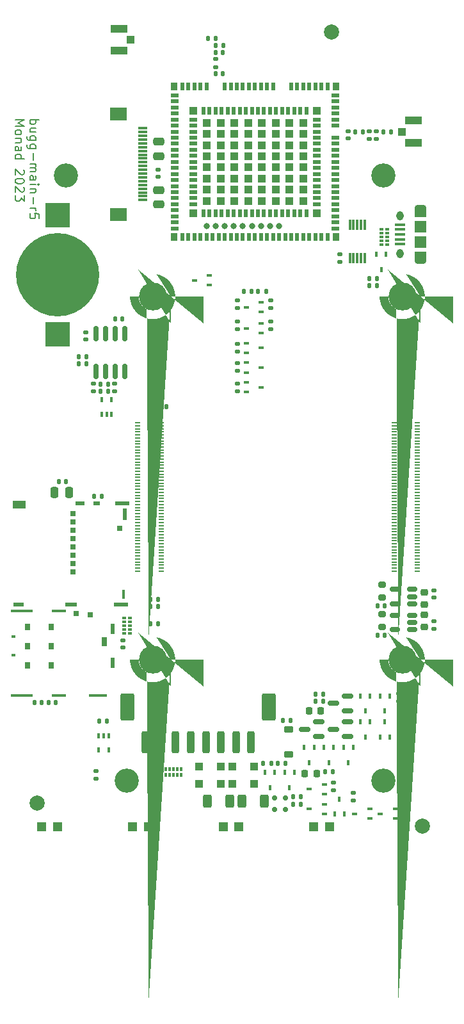
<source format=gbr>
%TF.GenerationSoftware,KiCad,Pcbnew,7.99.0-1.20230926git54171ec.fc37*%
%TF.CreationDate,2023-10-03T14:10:54+01:00*%
%TF.ProjectId,bugg-main-r5,62756767-2d6d-4616-996e-2d72352e6b69,rev?*%
%TF.SameCoordinates,Original*%
%TF.FileFunction,Soldermask,Top*%
%TF.FilePolarity,Negative*%
%FSLAX46Y46*%
G04 Gerber Fmt 4.6, Leading zero omitted, Abs format (unit mm)*
G04 Created by KiCad (PCBNEW 7.99.0-1.20230926git54171ec.fc37) date 2023-10-03 14:10:54*
%MOMM*%
%LPD*%
G01*
G04 APERTURE LIST*
G04 Aperture macros list*
%AMRoundRect*
0 Rectangle with rounded corners*
0 $1 Rounding radius*
0 $2 $3 $4 $5 $6 $7 $8 $9 X,Y pos of 4 corners*
0 Add a 4 corners polygon primitive as box body*
4,1,4,$2,$3,$4,$5,$6,$7,$8,$9,$2,$3,0*
0 Add four circle primitives for the rounded corners*
1,1,$1+$1,$2,$3*
1,1,$1+$1,$4,$5*
1,1,$1+$1,$6,$7*
1,1,$1+$1,$8,$9*
0 Add four rect primitives between the rounded corners*
20,1,$1+$1,$2,$3,$4,$5,0*
20,1,$1+$1,$4,$5,$6,$7,0*
20,1,$1+$1,$6,$7,$8,$9,0*
20,1,$1+$1,$8,$9,$2,$3,0*%
%AMFreePoly0*
4,1,101,-1.895792,2.944575,-1.557458,2.864389,-1.230721,2.745466,-0.920000,2.589416,-0.629496,2.398348,-0.363138,2.174847,-0.124527,1.921935,0.083109,1.643032,0.256962,1.341910,0.394681,1.022640,0.494404,0.689541,0.554783,0.347118,0.575000,0.000000,0.554783,-0.347118,0.494404,-0.689541,0.394681,-1.022640,0.256962,-1.341910,0.083109,-1.643032,-0.124527,-1.921935,-0.363138,-2.174847,
-0.629496,-2.398348,-0.920000,-2.589416,-1.230721,-2.745466,-1.557458,-2.864389,-1.895792,-2.944575,-2.241147,-2.984941,-2.588853,-2.984941,-2.934208,-2.944575,-3.272542,-2.864389,-3.599279,-2.745466,-3.910000,-2.589416,-4.200504,-2.398348,-4.466862,-2.174847,-4.705473,-1.921935,-4.913109,-1.643032,-5.086962,-1.341910,-5.224681,-1.022640,-5.324404,-0.689541,-5.384783,-0.347118,-5.405000,0.000000,
-4.259700,0.000000,-4.240924,-0.262528,-4.184977,-0.519712,-4.092998,-0.766316,-3.966860,-0.997320,-3.809131,-1.208022,-3.623022,-1.394131,-3.412320,-1.551860,-3.181316,-1.677998,-2.934712,-1.769977,-2.677528,-1.825924,-2.415000,-1.844700,-2.152472,-1.825924,-1.895288,-1.769977,-1.648684,-1.677998,-1.417680,-1.551860,-1.206978,-1.394131,-1.020869,-1.208022,-0.863140,-0.997320,-0.737002,-0.766316,
-0.645023,-0.519712,-0.589076,-0.262528,-0.570300,0.000000,-0.589076,0.262528,-0.645023,0.519712,-0.737002,0.766316,-0.863140,0.997320,-1.020869,1.208022,-1.206978,1.394131,-1.417680,1.551860,-1.648684,1.677998,-1.895288,1.769977,-2.152472,1.825924,-2.415000,1.844700,-2.677528,1.825924,-2.934712,1.769977,-3.181316,1.677998,-3.412320,1.551860,-3.623022,1.394131,-3.809131,1.208022,
-3.966860,0.997320,-4.092998,0.766316,-4.184977,0.519712,-4.240924,0.262528,-4.259700,0.000000,-5.405000,0.000000,-5.384783,0.347118,-5.324404,0.689541,-5.224681,1.022640,-5.086962,1.341910,-4.913109,1.643032,-4.705473,1.921935,-4.466862,2.174847,-4.200504,2.398348,-3.910000,2.589416,-3.599279,2.745466,-3.272542,2.864389,-2.934208,2.944575,-2.588853,2.984941,-2.241147,2.984941,
-1.895792,2.944575,-1.895792,2.944575,$1*%
G04 Aperture macros list end*
%ADD10C,0.200000*%
%ADD11RoundRect,0.250000X-0.250000X-0.475000X0.250000X-0.475000X0.250000X0.475000X-0.250000X0.475000X0*%
%ADD12RoundRect,0.135000X-0.135000X-0.185000X0.135000X-0.185000X0.135000X0.185000X-0.135000X0.185000X0*%
%ADD13RoundRect,0.140000X-0.170000X0.140000X-0.170000X-0.140000X0.170000X-0.140000X0.170000X0.140000X0*%
%ADD14RoundRect,0.140000X0.170000X-0.140000X0.170000X0.140000X-0.170000X0.140000X-0.170000X-0.140000X0*%
%ADD15RoundRect,0.140000X0.140000X0.170000X-0.140000X0.170000X-0.140000X-0.170000X0.140000X-0.170000X0*%
%ADD16RoundRect,0.150000X0.512500X0.150000X-0.512500X0.150000X-0.512500X-0.150000X0.512500X-0.150000X0*%
%ADD17R,1.350000X0.400000*%
%ADD18O,1.550000X0.890000*%
%ADD19R,1.550000X1.200000*%
%ADD20O,0.950000X1.250000*%
%ADD21R,1.550000X1.500000*%
%ADD22RoundRect,0.150000X0.150000X0.200000X-0.150000X0.200000X-0.150000X-0.200000X0.150000X-0.200000X0*%
%ADD23R,1.200000X1.200000*%
%ADD24R,0.700000X0.450000*%
%ADD25RoundRect,0.135000X0.185000X-0.135000X0.185000X0.135000X-0.185000X0.135000X-0.185000X-0.135000X0*%
%ADD26RoundRect,0.250000X-0.250000X-1.200000X0.250000X-1.200000X0.250000X1.200000X-0.250000X1.200000X0*%
%ADD27RoundRect,0.250000X-0.650000X-1.550000X0.650000X-1.550000X0.650000X1.550000X-0.650000X1.550000X0*%
%ADD28RoundRect,0.250000X-0.475000X0.250000X-0.475000X-0.250000X0.475000X-0.250000X0.475000X0.250000X0*%
%ADD29RoundRect,0.150000X0.587500X0.150000X-0.587500X0.150000X-0.587500X-0.150000X0.587500X-0.150000X0*%
%ADD30RoundRect,0.150000X0.150000X-0.825000X0.150000X0.825000X-0.150000X0.825000X-0.150000X-0.825000X0*%
%ADD31RoundRect,0.218750X-0.256250X0.218750X-0.256250X-0.218750X0.256250X-0.218750X0.256250X0.218750X0*%
%ADD32RoundRect,0.135000X0.135000X0.185000X-0.135000X0.185000X-0.135000X-0.185000X0.135000X-0.185000X0*%
%ADD33R,0.450000X0.700000*%
%ADD34R,0.550000X0.300000*%
%ADD35R,0.550000X0.400000*%
%ADD36RoundRect,0.135000X-0.185000X0.135000X-0.185000X-0.135000X0.185000X-0.135000X0.185000X0.135000X0*%
%ADD37RoundRect,0.200000X-0.275000X0.200000X-0.275000X-0.200000X0.275000X-0.200000X0.275000X0.200000X0*%
%ADD38RoundRect,0.225000X-0.225000X-0.250000X0.225000X-0.250000X0.225000X0.250000X-0.225000X0.250000X0*%
%ADD39R,1.050000X1.000000*%
%ADD40R,2.200000X1.050000*%
%ADD41R,0.500000X1.000000*%
%ADD42R,1.000000X0.500000*%
%ADD43R,1.000000X1.000000*%
%ADD44R,0.900000X1.000000*%
%ADD45C,0.800000*%
%ADD46R,0.300000X1.400000*%
%ADD47RoundRect,0.250000X0.300000X0.300000X-0.300000X0.300000X-0.300000X-0.300000X0.300000X-0.300000X0*%
%ADD48RoundRect,0.250000X-0.300000X-0.300000X0.300000X-0.300000X0.300000X0.300000X-0.300000X0.300000X0*%
%ADD49C,3.700000*%
%ADD50FreePoly0,0.000000*%
%ADD51C,2.000000*%
%ADD52RoundRect,0.140000X-0.140000X-0.170000X0.140000X-0.170000X0.140000X0.170000X-0.140000X0.170000X0*%
%ADD53R,0.700000X0.200000*%
%ADD54C,3.200000*%
%ADD55R,0.700000X0.900000*%
%ADD56R,0.700000X0.700000*%
%ADD57R,0.650000X1.200000*%
%ADD58R,2.900000X0.450000*%
%ADD59R,1.900000X0.450000*%
%ADD60R,2.400000X0.450000*%
%ADD61R,0.500000X1.400000*%
%ADD62R,0.600000X0.300000*%
%ADD63R,0.700000X0.750000*%
%ADD64R,0.400000X0.650000*%
%ADD65RoundRect,0.147500X0.172500X-0.147500X0.172500X0.147500X-0.172500X0.147500X-0.172500X-0.147500X0*%
%ADD66RoundRect,0.147500X0.147500X0.172500X-0.147500X0.172500X-0.147500X-0.172500X0.147500X-0.172500X0*%
%ADD67RoundRect,0.250000X0.475000X-0.250000X0.475000X0.250000X-0.475000X0.250000X-0.475000X-0.250000X0*%
%ADD68RoundRect,0.225000X0.375000X-0.225000X0.375000X0.225000X-0.375000X0.225000X-0.375000X-0.225000X0*%
%ADD69R,1.300000X0.300000*%
%ADD70R,2.200000X1.800000*%
%ADD71RoundRect,0.250000X-0.312500X-0.625000X0.312500X-0.625000X0.312500X0.625000X-0.312500X0.625000X0*%
%ADD72R,0.300000X0.550000*%
%ADD73R,0.400000X0.550000*%
%ADD74RoundRect,0.218750X0.256250X-0.218750X0.256250X0.218750X-0.256250X0.218750X-0.256250X-0.218750X0*%
%ADD75R,3.200000X3.200000*%
%ADD76C,11.000000*%
%ADD77R,0.700000X0.640000*%
%ADD78R,0.550000X1.550000*%
%ADD79R,1.850000X0.570000*%
%ADD80R,0.820000X0.520000*%
%ADD81R,1.150000X0.520000*%
%ADD82R,1.700000X1.010000*%
%ADD83R,0.450000X1.300000*%
%ADD84R,1.960000X0.570000*%
%ADD85R,1.650000X0.520000*%
%ADD86R,1.450000X0.570000*%
G04 APERTURE END LIST*
D10*
X-25778776Y47332707D02*
X-24578776Y47332707D01*
X-25035919Y47332707D02*
X-24978776Y47218422D01*
X-24978776Y47218422D02*
X-24978776Y46989850D01*
X-24978776Y46989850D02*
X-25035919Y46875564D01*
X-25035919Y46875564D02*
X-25093062Y46818422D01*
X-25093062Y46818422D02*
X-25207348Y46761279D01*
X-25207348Y46761279D02*
X-25550205Y46761279D01*
X-25550205Y46761279D02*
X-25664491Y46818422D01*
X-25664491Y46818422D02*
X-25721634Y46875564D01*
X-25721634Y46875564D02*
X-25778776Y46989850D01*
X-25778776Y46989850D02*
X-25778776Y47218422D01*
X-25778776Y47218422D02*
X-25721634Y47332707D01*
X-24978776Y45732708D02*
X-25778776Y45732708D01*
X-24978776Y46246993D02*
X-25607348Y46246993D01*
X-25607348Y46246993D02*
X-25721634Y46189850D01*
X-25721634Y46189850D02*
X-25778776Y46075565D01*
X-25778776Y46075565D02*
X-25778776Y45904136D01*
X-25778776Y45904136D02*
X-25721634Y45789850D01*
X-25721634Y45789850D02*
X-25664491Y45732708D01*
X-24978776Y44646994D02*
X-25950205Y44646994D01*
X-25950205Y44646994D02*
X-26064491Y44704136D01*
X-26064491Y44704136D02*
X-26121634Y44761279D01*
X-26121634Y44761279D02*
X-26178776Y44875565D01*
X-26178776Y44875565D02*
X-26178776Y45046994D01*
X-26178776Y45046994D02*
X-26121634Y45161279D01*
X-25721634Y44646994D02*
X-25778776Y44761279D01*
X-25778776Y44761279D02*
X-25778776Y44989851D01*
X-25778776Y44989851D02*
X-25721634Y45104136D01*
X-25721634Y45104136D02*
X-25664491Y45161279D01*
X-25664491Y45161279D02*
X-25550205Y45218422D01*
X-25550205Y45218422D02*
X-25207348Y45218422D01*
X-25207348Y45218422D02*
X-25093062Y45161279D01*
X-25093062Y45161279D02*
X-25035919Y45104136D01*
X-25035919Y45104136D02*
X-24978776Y44989851D01*
X-24978776Y44989851D02*
X-24978776Y44761279D01*
X-24978776Y44761279D02*
X-25035919Y44646994D01*
X-24978776Y43561280D02*
X-25950205Y43561280D01*
X-25950205Y43561280D02*
X-26064491Y43618422D01*
X-26064491Y43618422D02*
X-26121634Y43675565D01*
X-26121634Y43675565D02*
X-26178776Y43789851D01*
X-26178776Y43789851D02*
X-26178776Y43961280D01*
X-26178776Y43961280D02*
X-26121634Y44075565D01*
X-25721634Y43561280D02*
X-25778776Y43675565D01*
X-25778776Y43675565D02*
X-25778776Y43904137D01*
X-25778776Y43904137D02*
X-25721634Y44018422D01*
X-25721634Y44018422D02*
X-25664491Y44075565D01*
X-25664491Y44075565D02*
X-25550205Y44132708D01*
X-25550205Y44132708D02*
X-25207348Y44132708D01*
X-25207348Y44132708D02*
X-25093062Y44075565D01*
X-25093062Y44075565D02*
X-25035919Y44018422D01*
X-25035919Y44018422D02*
X-24978776Y43904137D01*
X-24978776Y43904137D02*
X-24978776Y43675565D01*
X-24978776Y43675565D02*
X-25035919Y43561280D01*
X-25321634Y42989851D02*
X-25321634Y42075566D01*
X-25778776Y41504137D02*
X-24978776Y41504137D01*
X-25093062Y41504137D02*
X-25035919Y41446994D01*
X-25035919Y41446994D02*
X-24978776Y41332709D01*
X-24978776Y41332709D02*
X-24978776Y41161280D01*
X-24978776Y41161280D02*
X-25035919Y41046994D01*
X-25035919Y41046994D02*
X-25150205Y40989852D01*
X-25150205Y40989852D02*
X-25778776Y40989852D01*
X-25150205Y40989852D02*
X-25035919Y40932709D01*
X-25035919Y40932709D02*
X-24978776Y40818423D01*
X-24978776Y40818423D02*
X-24978776Y40646994D01*
X-24978776Y40646994D02*
X-25035919Y40532709D01*
X-25035919Y40532709D02*
X-25150205Y40475566D01*
X-25150205Y40475566D02*
X-25778776Y40475566D01*
X-25778776Y39389852D02*
X-25150205Y39389852D01*
X-25150205Y39389852D02*
X-25035919Y39446994D01*
X-25035919Y39446994D02*
X-24978776Y39561280D01*
X-24978776Y39561280D02*
X-24978776Y39789852D01*
X-24978776Y39789852D02*
X-25035919Y39904137D01*
X-25721634Y39389852D02*
X-25778776Y39504137D01*
X-25778776Y39504137D02*
X-25778776Y39789852D01*
X-25778776Y39789852D02*
X-25721634Y39904137D01*
X-25721634Y39904137D02*
X-25607348Y39961280D01*
X-25607348Y39961280D02*
X-25493062Y39961280D01*
X-25493062Y39961280D02*
X-25378776Y39904137D01*
X-25378776Y39904137D02*
X-25321634Y39789852D01*
X-25321634Y39789852D02*
X-25321634Y39504137D01*
X-25321634Y39504137D02*
X-25264491Y39389852D01*
X-25778776Y38818423D02*
X-24978776Y38818423D01*
X-24578776Y38818423D02*
X-24635919Y38875566D01*
X-24635919Y38875566D02*
X-24693062Y38818423D01*
X-24693062Y38818423D02*
X-24635919Y38761280D01*
X-24635919Y38761280D02*
X-24578776Y38818423D01*
X-24578776Y38818423D02*
X-24693062Y38818423D01*
X-24978776Y38246994D02*
X-25778776Y38246994D01*
X-25093062Y38246994D02*
X-25035919Y38189851D01*
X-25035919Y38189851D02*
X-24978776Y38075566D01*
X-24978776Y38075566D02*
X-24978776Y37904137D01*
X-24978776Y37904137D02*
X-25035919Y37789851D01*
X-25035919Y37789851D02*
X-25150205Y37732709D01*
X-25150205Y37732709D02*
X-25778776Y37732709D01*
X-25321634Y37161280D02*
X-25321634Y36246995D01*
X-25778776Y35675566D02*
X-24978776Y35675566D01*
X-25207348Y35675566D02*
X-25093062Y35618423D01*
X-25093062Y35618423D02*
X-25035919Y35561281D01*
X-25035919Y35561281D02*
X-24978776Y35446995D01*
X-24978776Y35446995D02*
X-24978776Y35332709D01*
X-24578776Y34361281D02*
X-24578776Y34932709D01*
X-24578776Y34932709D02*
X-25150205Y34989852D01*
X-25150205Y34989852D02*
X-25093062Y34932709D01*
X-25093062Y34932709D02*
X-25035919Y34818424D01*
X-25035919Y34818424D02*
X-25035919Y34532709D01*
X-25035919Y34532709D02*
X-25093062Y34418424D01*
X-25093062Y34418424D02*
X-25150205Y34361281D01*
X-25150205Y34361281D02*
X-25264491Y34304138D01*
X-25264491Y34304138D02*
X-25550205Y34304138D01*
X-25550205Y34304138D02*
X-25664491Y34361281D01*
X-25664491Y34361281D02*
X-25721634Y34418424D01*
X-25721634Y34418424D02*
X-25778776Y34532709D01*
X-25778776Y34532709D02*
X-25778776Y34818424D01*
X-25778776Y34818424D02*
X-25721634Y34932709D01*
X-25721634Y34932709D02*
X-25664491Y34989852D01*
X-27710709Y47332707D02*
X-26510709Y47332707D01*
X-26510709Y47332707D02*
X-27367852Y46932707D01*
X-27367852Y46932707D02*
X-26510709Y46532707D01*
X-26510709Y46532707D02*
X-27710709Y46532707D01*
X-27710709Y45789850D02*
X-27653567Y45904135D01*
X-27653567Y45904135D02*
X-27596424Y45961278D01*
X-27596424Y45961278D02*
X-27482138Y46018421D01*
X-27482138Y46018421D02*
X-27139281Y46018421D01*
X-27139281Y46018421D02*
X-27024995Y45961278D01*
X-27024995Y45961278D02*
X-26967852Y45904135D01*
X-26967852Y45904135D02*
X-26910709Y45789850D01*
X-26910709Y45789850D02*
X-26910709Y45618421D01*
X-26910709Y45618421D02*
X-26967852Y45504135D01*
X-26967852Y45504135D02*
X-27024995Y45446993D01*
X-27024995Y45446993D02*
X-27139281Y45389850D01*
X-27139281Y45389850D02*
X-27482138Y45389850D01*
X-27482138Y45389850D02*
X-27596424Y45446993D01*
X-27596424Y45446993D02*
X-27653567Y45504135D01*
X-27653567Y45504135D02*
X-27710709Y45618421D01*
X-27710709Y45618421D02*
X-27710709Y45789850D01*
X-26910709Y44875564D02*
X-27710709Y44875564D01*
X-27024995Y44875564D02*
X-26967852Y44818421D01*
X-26967852Y44818421D02*
X-26910709Y44704136D01*
X-26910709Y44704136D02*
X-26910709Y44532707D01*
X-26910709Y44532707D02*
X-26967852Y44418421D01*
X-26967852Y44418421D02*
X-27082138Y44361279D01*
X-27082138Y44361279D02*
X-27710709Y44361279D01*
X-27710709Y43275565D02*
X-27082138Y43275565D01*
X-27082138Y43275565D02*
X-26967852Y43332707D01*
X-26967852Y43332707D02*
X-26910709Y43446993D01*
X-26910709Y43446993D02*
X-26910709Y43675565D01*
X-26910709Y43675565D02*
X-26967852Y43789850D01*
X-27653567Y43275565D02*
X-27710709Y43389850D01*
X-27710709Y43389850D02*
X-27710709Y43675565D01*
X-27710709Y43675565D02*
X-27653567Y43789850D01*
X-27653567Y43789850D02*
X-27539281Y43846993D01*
X-27539281Y43846993D02*
X-27424995Y43846993D01*
X-27424995Y43846993D02*
X-27310709Y43789850D01*
X-27310709Y43789850D02*
X-27253567Y43675565D01*
X-27253567Y43675565D02*
X-27253567Y43389850D01*
X-27253567Y43389850D02*
X-27196424Y43275565D01*
X-27710709Y42189851D02*
X-26510709Y42189851D01*
X-27653567Y42189851D02*
X-27710709Y42304136D01*
X-27710709Y42304136D02*
X-27710709Y42532708D01*
X-27710709Y42532708D02*
X-27653567Y42646993D01*
X-27653567Y42646993D02*
X-27596424Y42704136D01*
X-27596424Y42704136D02*
X-27482138Y42761279D01*
X-27482138Y42761279D02*
X-27139281Y42761279D01*
X-27139281Y42761279D02*
X-27024995Y42704136D01*
X-27024995Y42704136D02*
X-26967852Y42646993D01*
X-26967852Y42646993D02*
X-26910709Y42532708D01*
X-26910709Y42532708D02*
X-26910709Y42304136D01*
X-26910709Y42304136D02*
X-26967852Y42189851D01*
X-26624995Y40761279D02*
X-26567852Y40704136D01*
X-26567852Y40704136D02*
X-26510709Y40589851D01*
X-26510709Y40589851D02*
X-26510709Y40304136D01*
X-26510709Y40304136D02*
X-26567852Y40189851D01*
X-26567852Y40189851D02*
X-26624995Y40132708D01*
X-26624995Y40132708D02*
X-26739281Y40075565D01*
X-26739281Y40075565D02*
X-26853567Y40075565D01*
X-26853567Y40075565D02*
X-27024995Y40132708D01*
X-27024995Y40132708D02*
X-27710709Y40818422D01*
X-27710709Y40818422D02*
X-27710709Y40075565D01*
X-26510709Y39332708D02*
X-26510709Y39218422D01*
X-26510709Y39218422D02*
X-26567852Y39104136D01*
X-26567852Y39104136D02*
X-26624995Y39046994D01*
X-26624995Y39046994D02*
X-26739281Y38989851D01*
X-26739281Y38989851D02*
X-26967852Y38932708D01*
X-26967852Y38932708D02*
X-27253567Y38932708D01*
X-27253567Y38932708D02*
X-27482138Y38989851D01*
X-27482138Y38989851D02*
X-27596424Y39046994D01*
X-27596424Y39046994D02*
X-27653567Y39104136D01*
X-27653567Y39104136D02*
X-27710709Y39218422D01*
X-27710709Y39218422D02*
X-27710709Y39332708D01*
X-27710709Y39332708D02*
X-27653567Y39446994D01*
X-27653567Y39446994D02*
X-27596424Y39504136D01*
X-27596424Y39504136D02*
X-27482138Y39561279D01*
X-27482138Y39561279D02*
X-27253567Y39618422D01*
X-27253567Y39618422D02*
X-26967852Y39618422D01*
X-26967852Y39618422D02*
X-26739281Y39561279D01*
X-26739281Y39561279D02*
X-26624995Y39504136D01*
X-26624995Y39504136D02*
X-26567852Y39446994D01*
X-26567852Y39446994D02*
X-26510709Y39332708D01*
X-26624995Y38475565D02*
X-26567852Y38418422D01*
X-26567852Y38418422D02*
X-26510709Y38304137D01*
X-26510709Y38304137D02*
X-26510709Y38018422D01*
X-26510709Y38018422D02*
X-26567852Y37904137D01*
X-26567852Y37904137D02*
X-26624995Y37846994D01*
X-26624995Y37846994D02*
X-26739281Y37789851D01*
X-26739281Y37789851D02*
X-26853567Y37789851D01*
X-26853567Y37789851D02*
X-27024995Y37846994D01*
X-27024995Y37846994D02*
X-27710709Y38532708D01*
X-27710709Y38532708D02*
X-27710709Y37789851D01*
X-26510709Y37389851D02*
X-26510709Y36646994D01*
X-26510709Y36646994D02*
X-26967852Y37046994D01*
X-26967852Y37046994D02*
X-26967852Y36875565D01*
X-26967852Y36875565D02*
X-27024995Y36761280D01*
X-27024995Y36761280D02*
X-27082138Y36704137D01*
X-27082138Y36704137D02*
X-27196424Y36646994D01*
X-27196424Y36646994D02*
X-27482138Y36646994D01*
X-27482138Y36646994D02*
X-27596424Y36704137D01*
X-27596424Y36704137D02*
X-27653567Y36761280D01*
X-27653567Y36761280D02*
X-27710709Y36875565D01*
X-27710709Y36875565D02*
X-27710709Y37218422D01*
X-27710709Y37218422D02*
X-27653567Y37332708D01*
X-27653567Y37332708D02*
X-27596424Y37389851D01*
D11*
%TO.C,C29*%
X-22500000Y-1900000D03*
X-20600000Y-1900000D03*
%TD*%
D12*
%TO.C,R30*%
X-16460000Y11475000D03*
X-15440000Y11475000D03*
%TD*%
%TO.C,R29*%
X-16460000Y12425000D03*
X-15440000Y12425000D03*
%TD*%
D13*
%TO.C,C37*%
X15225000Y29555000D03*
X15225000Y28595000D03*
%TD*%
D14*
%TO.C,C36*%
X-14550000Y11495000D03*
X-14550000Y12455000D03*
%TD*%
D13*
%TO.C,C35*%
X-17350000Y12455000D03*
X-17350000Y11495000D03*
%TD*%
%TO.C,C34*%
X-18350000Y19280000D03*
X-18350000Y18320000D03*
%TD*%
D15*
%TO.C,C30*%
X-20970000Y-450000D03*
X-21930000Y-450000D03*
%TD*%
D14*
%TO.C,C21*%
X-8850000Y40780000D03*
X-8850000Y39820000D03*
%TD*%
D16*
%TO.C,U29*%
X24787500Y-20025000D03*
X24787500Y-19075000D03*
X24787500Y-18125000D03*
X22512500Y-18125000D03*
X22512500Y-20025000D03*
%TD*%
D17*
%TO.C,J15*%
X23200000Y30900000D03*
X23200000Y31550000D03*
X23200000Y32200000D03*
X23200000Y32850000D03*
X23200000Y33500000D03*
D18*
X25900000Y28700000D03*
D19*
X25900000Y29300000D03*
D20*
X23200000Y29700000D03*
D21*
X25900000Y31200000D03*
X25900000Y33200000D03*
D20*
X23200000Y34700000D03*
D19*
X25900000Y35100000D03*
D18*
X25900000Y35700000D03*
%TD*%
D22*
%TO.C,D27*%
X6625936Y-42315000D03*
X8025936Y-42315000D03*
%TD*%
D23*
%TO.C,D1*%
X-12200000Y-46100000D03*
X-10100000Y-46100000D03*
%TD*%
D24*
%TO.C,Q11*%
X4850000Y19150000D03*
X4850000Y20450000D03*
X2850000Y19800000D03*
%TD*%
D25*
%TO.C,R44*%
X1650000Y22440000D03*
X1650000Y23460000D03*
%TD*%
D26*
%TO.C,J10*%
X-10500000Y-34950000D03*
X-8500000Y-34950000D03*
X-6500000Y-34950000D03*
X-4500000Y-34950000D03*
X-2500000Y-34950000D03*
X-500000Y-34950000D03*
X1500000Y-34950000D03*
X3500000Y-34950000D03*
D27*
X-12850000Y-30300000D03*
X5850000Y-30300000D03*
%TD*%
D28*
%TO.C,C23*%
X-8700000Y38050000D03*
X-8700000Y36150000D03*
%TD*%
D29*
%TO.C,Q25*%
X12442500Y-34150936D03*
X12442500Y-32250936D03*
X10567500Y-33200936D03*
%TD*%
D24*
%TO.C,Q9*%
X4850000Y21950000D03*
X4850000Y23250000D03*
X2850000Y22600000D03*
%TD*%
D25*
%TO.C,R43*%
X6050000Y22440000D03*
X6050000Y23460000D03*
%TD*%
D30*
%TO.C,U13*%
X-17055000Y14125000D03*
X-15785000Y14125000D03*
X-14515000Y14125000D03*
X-13245000Y14125000D03*
X-13245000Y19075000D03*
X-14515000Y19075000D03*
X-15785000Y19075000D03*
X-17055000Y19075000D03*
%TD*%
D31*
%TO.C,FB3*%
X26450000Y-18087500D03*
X26450000Y-19662500D03*
%TD*%
D32*
%TO.C,R45*%
X18260000Y45800000D03*
X17240000Y45800000D03*
%TD*%
D33*
%TO.C,Q4*%
X21350000Y29550000D03*
X20050000Y29550000D03*
X20700000Y27550000D03*
%TD*%
D34*
%TO.C,U8*%
X-12569000Y-20507200D03*
X-12569000Y-20007200D03*
D35*
X-12569000Y-19507200D03*
D34*
X-12569000Y-19007200D03*
X-12569000Y-18507200D03*
X-13339000Y-18507200D03*
X-13339000Y-19007200D03*
D35*
X-13339000Y-19507200D03*
D34*
X-13339000Y-20007200D03*
X-13339000Y-20507200D03*
%TD*%
D32*
%TO.C,R65*%
X8710936Y-32025936D03*
X7690936Y-32025936D03*
%TD*%
D24*
%TO.C,Q21*%
X13175000Y-41799064D03*
X13175000Y-40499064D03*
X11175000Y-41149064D03*
%TD*%
D36*
%TO.C,R20*%
X-1200000Y55370000D03*
X-1200000Y54350000D03*
%TD*%
D37*
%TO.C,R104*%
X20855000Y-18030000D03*
X20855000Y-19680000D03*
%TD*%
D36*
%TO.C,R81*%
X23000000Y-28530000D03*
X23000000Y-29550000D03*
%TD*%
D38*
%TO.C,C83*%
X10600000Y-39100936D03*
X12150000Y-39100936D03*
%TD*%
D32*
%TO.C,R40*%
X5460000Y24700000D03*
X4440000Y24700000D03*
%TD*%
D39*
%TO.C,J12*%
X-12470000Y57950000D03*
D40*
X-13995000Y56475000D03*
X-13995000Y59425000D03*
%TD*%
D13*
%TO.C,C97*%
X27650000Y-18965000D03*
X27650000Y-19925000D03*
%TD*%
D12*
%TO.C,R85*%
X9014064Y-42150000D03*
X10034064Y-42150000D03*
%TD*%
D36*
%TO.C,R38*%
X1650000Y15160000D03*
X1650000Y14140000D03*
%TD*%
D12*
%TO.C,R22*%
X-9810000Y-16050000D03*
X-8790000Y-16050000D03*
%TD*%
D15*
%TO.C,C28*%
X-24195000Y-29675000D03*
X-25155000Y-29675000D03*
%TD*%
D32*
%TO.C,R41*%
X22010000Y45800000D03*
X20990000Y45800000D03*
%TD*%
%TO.C,R23*%
X-8840000Y-19300000D03*
X-9860000Y-19300000D03*
%TD*%
D29*
%TO.C,U36*%
X16292500Y-30750936D03*
X16292500Y-28850936D03*
X14417500Y-29800936D03*
%TD*%
D23*
%TO.C,D3*%
X-200000Y-46100000D03*
X1900000Y-46100000D03*
%TD*%
D41*
%TO.C,U7*%
X-2800000Y35020000D03*
X-2000000Y35020000D03*
X-1200000Y35020000D03*
X-400000Y35020000D03*
X400000Y35020000D03*
X1200000Y35020000D03*
X2000000Y35020000D03*
X2800000Y35020000D03*
X3600000Y35020000D03*
X4400000Y35020000D03*
X5200000Y35020000D03*
X6000000Y35020000D03*
X6800000Y35020000D03*
X7600000Y35020000D03*
X8400000Y35020000D03*
X9200000Y35020000D03*
X10000000Y35020000D03*
X10800000Y35020000D03*
D42*
X12180000Y36200000D03*
X12180000Y37000000D03*
X12180000Y37800000D03*
X12180000Y38600000D03*
X12180000Y39400000D03*
X12180000Y40200000D03*
X12180000Y41000000D03*
X12180000Y41800000D03*
X12180000Y42600000D03*
X12180000Y43400000D03*
X12180000Y44200000D03*
X12180000Y45000000D03*
X12180000Y45800000D03*
X12180000Y46600000D03*
X12180000Y47400000D03*
D41*
X10800000Y48580000D03*
X10000000Y48580000D03*
X9200000Y48580000D03*
X8400000Y48580000D03*
X7600000Y48580000D03*
X6800000Y48580000D03*
X6000000Y48580000D03*
X5200000Y48580000D03*
X4400000Y48580000D03*
X3600000Y48580000D03*
X2800000Y48580000D03*
X2000000Y48580000D03*
X1200000Y48580000D03*
X400000Y48580000D03*
X-400000Y48580000D03*
X-1200000Y48580000D03*
X-2000000Y48580000D03*
X-2800000Y48580000D03*
D42*
X-4180000Y47400000D03*
X-4180000Y46600000D03*
X-4180000Y45800000D03*
X-4180000Y45000000D03*
X-4180000Y44200000D03*
X-4180000Y43400000D03*
X-4180000Y42600000D03*
X-4180000Y41800000D03*
X-4180000Y41000000D03*
X-4180000Y40200000D03*
X-4180000Y39400000D03*
X-4180000Y38600000D03*
X-4180000Y37800000D03*
X-4180000Y37000000D03*
X-4180000Y36200000D03*
D43*
X-4180000Y35020000D03*
X12180000Y35020000D03*
X12180000Y48580000D03*
X-4180000Y48580000D03*
D41*
X-5600000Y31850000D03*
X-4800000Y31850000D03*
X-4000000Y31850000D03*
X-3200000Y31850000D03*
X-2400000Y31850000D03*
X-1600000Y31850000D03*
X-800000Y31850000D03*
X0Y31850000D03*
X800000Y31850000D03*
X1600000Y31850000D03*
X2400000Y31850000D03*
X3200000Y31850000D03*
X4000000Y31850000D03*
X4800000Y31850000D03*
X5600000Y31850000D03*
X6400000Y31850000D03*
X7200000Y31850000D03*
X8000000Y31850000D03*
X8800000Y31850000D03*
X9600000Y31850000D03*
X10400000Y31850000D03*
X11200000Y31850000D03*
X12000000Y31850000D03*
X12800000Y31850000D03*
X13600000Y31850000D03*
D42*
X14650000Y33000000D03*
X14650000Y33800000D03*
X14650000Y34600000D03*
X14650000Y35400000D03*
X14650000Y36200000D03*
X14650000Y37000000D03*
X14650000Y37800000D03*
X14650000Y38600000D03*
X14650000Y39400000D03*
X14650000Y40200000D03*
X14650000Y41000000D03*
X14650000Y41800000D03*
X14650000Y42600000D03*
X14650000Y43400000D03*
X14650000Y44200000D03*
X14650000Y45000000D03*
X14650000Y46600000D03*
X14650000Y47400000D03*
X14650000Y48200000D03*
X14650000Y49000000D03*
X14650000Y49800000D03*
X14650000Y50600000D03*
D41*
X13600000Y51750000D03*
X12800000Y51750000D03*
X12000000Y51750000D03*
X11200000Y51750000D03*
X10400000Y51750000D03*
X9600000Y51750000D03*
X8800000Y51750000D03*
X6400000Y51750000D03*
X5600000Y51750000D03*
X4800000Y51750000D03*
X4000000Y51750000D03*
X3200000Y51750000D03*
X2400000Y51750000D03*
X1600000Y51750000D03*
X800000Y51750000D03*
X0Y51750000D03*
X-2400000Y51750000D03*
X-3200000Y51750000D03*
X-4000000Y51750000D03*
X-4800000Y51750000D03*
X-5600000Y51750000D03*
D42*
X-6650000Y50600000D03*
X-6650000Y49800000D03*
X-6650000Y49000000D03*
X-6650000Y48200000D03*
X-6650000Y47400000D03*
X-6650000Y46600000D03*
X-6650000Y45800000D03*
X-6650000Y45000000D03*
X-6650000Y44200000D03*
X-6650000Y43400000D03*
X-6650000Y42600000D03*
X-6650000Y41800000D03*
X-6650000Y41000000D03*
X-6650000Y40200000D03*
X-6650000Y39400000D03*
X-6650000Y38600000D03*
X-6650000Y37800000D03*
X-6650000Y37000000D03*
X-6650000Y36200000D03*
X-6650000Y35400000D03*
X-6650000Y34600000D03*
X-6650000Y33800000D03*
X-6650000Y33000000D03*
D44*
X-6700000Y31850000D03*
X14700000Y31850000D03*
X14700000Y51750000D03*
X-6700000Y51750000D03*
D43*
X-2370000Y36655000D03*
X-2370000Y38125000D03*
X-2370000Y39595000D03*
X-2370000Y41065000D03*
X-2370000Y42535000D03*
X-2370000Y44005000D03*
X-2370000Y45475000D03*
X-2370000Y46945000D03*
X-550000Y46945000D03*
X1270000Y46945000D03*
X3090000Y46945000D03*
X4910000Y46945000D03*
X6730000Y46945000D03*
X8550000Y46945000D03*
X10370000Y46945000D03*
X10370000Y45475000D03*
X10370000Y44005000D03*
X10370000Y42535000D03*
X10370000Y41065000D03*
X10370000Y39595000D03*
X10370000Y38125000D03*
X10370000Y36655000D03*
X8550000Y36655000D03*
X6730000Y36655000D03*
X4910000Y36655000D03*
X3090000Y36655000D03*
X1270000Y36655000D03*
X-550000Y36655000D03*
X-550000Y38125000D03*
X-550000Y39595000D03*
X-550000Y41065000D03*
X-550000Y42535000D03*
X-550000Y44005000D03*
X-550000Y45475000D03*
X1270000Y45475000D03*
X3090000Y45475000D03*
X4910000Y45475000D03*
X6730000Y45475000D03*
X8550000Y45475000D03*
X8550000Y44005000D03*
X8550000Y42535000D03*
X8550000Y41065000D03*
X8550000Y39595000D03*
X8550000Y38125000D03*
X6730000Y38125000D03*
X4910000Y38125000D03*
X3090000Y38125000D03*
X1270000Y38125000D03*
X1270000Y39595000D03*
X1270000Y41065000D03*
X1270000Y42535000D03*
X1270000Y44005000D03*
X3090000Y44005000D03*
X4910000Y44005000D03*
X6730000Y44005000D03*
X6730000Y42535000D03*
X6730000Y41065000D03*
X6730000Y39595000D03*
X4910000Y39595000D03*
X3090000Y39595000D03*
X3090000Y41065000D03*
X3090000Y42535000D03*
X4910000Y42535000D03*
X4910000Y41065000D03*
D45*
X-2400000Y33320000D03*
X-1200000Y33320000D03*
X0Y33320000D03*
X1200000Y33320000D03*
X2400000Y33320000D03*
X3600000Y33320000D03*
X4800000Y33320000D03*
X6000000Y33320000D03*
X7200000Y33320000D03*
%TD*%
D46*
%TO.C,U15*%
X16550000Y29100000D03*
X17050000Y29100000D03*
X17550000Y29100000D03*
X18050000Y29100000D03*
X18550000Y29100000D03*
X18550000Y33500000D03*
X18050000Y33500000D03*
X17550000Y33500000D03*
X17050000Y33500000D03*
X16550000Y33500000D03*
%TD*%
D33*
%TO.C,Q19*%
X14525936Y-44425000D03*
X15825936Y-44425000D03*
X15175936Y-42425000D03*
%TD*%
D47*
%TO.C,D23*%
X3850000Y-40450000D03*
X1050000Y-40450000D03*
%TD*%
D33*
%TO.C,Q22*%
X20550000Y-34224064D03*
X21850000Y-34224064D03*
X21200000Y-32224064D03*
%TD*%
D48*
%TO.C,D22*%
X-3350000Y-40450000D03*
X-550000Y-40450000D03*
%TD*%
D36*
%TO.C,R33*%
X1650000Y17710000D03*
X1650000Y16690000D03*
%TD*%
D49*
%TO.C,SP3*%
X23500000Y-24000000D03*
D50*
X25915000Y-24000000D03*
%TD*%
D36*
%TO.C,R80*%
X25080936Y-28474064D03*
X25080936Y-29494064D03*
%TD*%
D51*
%TO.C,FID2*%
X-24850000Y-43000000D03*
%TD*%
D47*
%TO.C,D24*%
X3850000Y-38150000D03*
X1050000Y-38150000D03*
%TD*%
D36*
%TO.C,R37*%
X1650000Y12510000D03*
X1650000Y11490000D03*
%TD*%
D24*
%TO.C,Q17*%
X22600000Y-45024064D03*
X22600000Y-43724064D03*
X20600000Y-44374064D03*
%TD*%
D52*
%TO.C,C20*%
X-1180000Y53460000D03*
X-220000Y53460000D03*
%TD*%
D32*
%TO.C,R2*%
X-18290000Y15100000D03*
X-19310000Y15100000D03*
%TD*%
D36*
%TO.C,R5*%
X-17050000Y-38740000D03*
X-17050000Y-39760000D03*
%TD*%
D48*
%TO.C,D21*%
X-3350000Y-38150000D03*
X-550000Y-38150000D03*
%TD*%
D51*
%TO.C,FID3*%
X26150000Y-46000000D03*
%TD*%
D53*
%TO.C,Module1*%
X-11500000Y7300000D03*
X-8420000Y7300000D03*
X-11500000Y6900000D03*
X-8420000Y6900000D03*
X-11500000Y6500000D03*
X-8420000Y6500000D03*
X-11500000Y6100000D03*
X-8420000Y6100000D03*
X-11500000Y5700000D03*
X-8420000Y5700000D03*
X-11500000Y5300000D03*
X-8420000Y5300000D03*
X-11500000Y4900000D03*
X-8420000Y4900000D03*
X-11500000Y4500000D03*
X-8420000Y4500000D03*
X-11500000Y4100000D03*
X-8420000Y4100000D03*
X-11500000Y3700000D03*
X-8420000Y3700000D03*
X-11500000Y3300000D03*
X-8420000Y3300000D03*
X-11500000Y2900000D03*
X-8420000Y2900000D03*
X-11500000Y2500000D03*
X-8420000Y2500000D03*
X-11500000Y2100000D03*
X-8420000Y2100000D03*
X-11500000Y1700000D03*
X-8420000Y1700000D03*
X-11500000Y1300000D03*
X-8420000Y1300000D03*
X-11500000Y900000D03*
X-8420000Y900000D03*
X-11500000Y500000D03*
X-8420000Y500000D03*
X-11500000Y100000D03*
X-8420000Y100000D03*
X-11500000Y-300000D03*
X-8420000Y-300000D03*
X-11500000Y-700000D03*
X-8420000Y-700000D03*
X-11500000Y-1100000D03*
X-8420000Y-1100000D03*
X-11500000Y-1500000D03*
X-8420000Y-1500000D03*
X-11500000Y-1900000D03*
X-8420000Y-1900000D03*
X-11500000Y-2300000D03*
X-8420000Y-2300000D03*
X-11500000Y-2700000D03*
X-8420000Y-2700000D03*
X-11500000Y-3100000D03*
X-8420000Y-3100000D03*
X-11500000Y-3500000D03*
X-8420000Y-3500000D03*
X-11500000Y-3900000D03*
X-8420000Y-3900000D03*
X-11500000Y-4300000D03*
X-8420000Y-4300000D03*
X-11500000Y-4700000D03*
X-8420000Y-4700000D03*
X-11500000Y-5100000D03*
X-8420000Y-5100000D03*
X-11500000Y-5500000D03*
X-8420000Y-5500000D03*
X-11500000Y-5900000D03*
X-8420000Y-5900000D03*
X-11500000Y-6300000D03*
X-8420000Y-6300000D03*
X-11500000Y-6700000D03*
X-8420000Y-6700000D03*
X-11500000Y-7100000D03*
X-8420000Y-7100000D03*
X-11500000Y-7500000D03*
X-8420000Y-7500000D03*
X-11500000Y-7900000D03*
X-8420000Y-7900000D03*
X-11500000Y-8300000D03*
X-8420000Y-8300000D03*
X-11500000Y-8700000D03*
X-8420000Y-8700000D03*
X-11500000Y-9100000D03*
X-8420000Y-9100000D03*
X-11500000Y-9500000D03*
X-8420000Y-9500000D03*
X-11500000Y-9900000D03*
X-8420000Y-9900000D03*
X-11500000Y-10300000D03*
X-8420000Y-10300000D03*
X-11500000Y-10700000D03*
X-8420000Y-10700000D03*
X-11500000Y-11100000D03*
X-8420000Y-11100000D03*
X-11500000Y-11500000D03*
X-8420000Y-11500000D03*
X-11500000Y-11900000D03*
X-8420000Y-11900000D03*
X-11500000Y-12300000D03*
X-8420000Y-12300000D03*
X22420000Y7300000D03*
X25500000Y7300000D03*
X22420000Y6900000D03*
X25500000Y6900000D03*
X22420000Y6500000D03*
X25500000Y6500000D03*
X22420000Y6100000D03*
X25500000Y6100000D03*
X22420000Y5700000D03*
X25500000Y5700000D03*
X22420000Y5300000D03*
X25500000Y5300000D03*
X22420000Y4900000D03*
X25500000Y4900000D03*
X22420000Y4500000D03*
X25500000Y4500000D03*
X22420000Y4100000D03*
X25500000Y4100000D03*
X22420000Y3700000D03*
X25500000Y3700000D03*
X22420000Y3300000D03*
X25500000Y3300000D03*
X22420000Y2900000D03*
X25500000Y2900000D03*
X22420000Y2500000D03*
X25500000Y2500000D03*
X22420000Y2100000D03*
X25500000Y2100000D03*
X22420000Y1700000D03*
X25500000Y1700000D03*
X22420000Y1300000D03*
X25500000Y1300000D03*
X22420000Y900000D03*
X25500000Y900000D03*
X22420000Y500000D03*
X25500000Y500000D03*
X22420000Y100000D03*
X25500000Y100000D03*
X22420000Y-300000D03*
X25500000Y-300000D03*
X22420000Y-700000D03*
X25500000Y-700000D03*
X22420000Y-1100000D03*
X25500000Y-1100000D03*
X22420000Y-1500000D03*
X25500000Y-1500000D03*
X22420000Y-1900000D03*
X25500000Y-1900000D03*
X22420000Y-2300000D03*
X25500000Y-2300000D03*
X22420000Y-2700000D03*
X25500000Y-2700000D03*
X22420000Y-3100000D03*
X25500000Y-3100000D03*
X22420000Y-3500000D03*
X25500000Y-3500000D03*
X22420000Y-3900000D03*
X25500000Y-3900000D03*
X22420000Y-4300000D03*
X25500000Y-4300000D03*
X22420000Y-4700000D03*
X25500000Y-4700000D03*
X22420000Y-5100000D03*
X25500000Y-5100000D03*
X22420000Y-5500000D03*
X25500000Y-5500000D03*
X22420000Y-5900000D03*
X25500000Y-5900000D03*
X22420000Y-6300000D03*
X25500000Y-6300000D03*
X22420000Y-6700000D03*
X25500000Y-6700000D03*
X22420000Y-7100000D03*
X25500000Y-7100000D03*
X22420000Y-7500000D03*
X25500000Y-7500000D03*
X22420000Y-7900000D03*
X25500000Y-7900000D03*
X22420000Y-8300000D03*
X25500000Y-8300000D03*
X22420000Y-8700000D03*
X25500000Y-8700000D03*
X22420000Y-9100000D03*
X25500000Y-9100000D03*
X22420000Y-9500000D03*
X25500000Y-9500000D03*
X22420000Y-9900000D03*
X25500000Y-9900000D03*
X22420000Y-10300000D03*
X25500000Y-10300000D03*
X22420000Y-10700000D03*
X25500000Y-10700000D03*
X22420000Y-11100000D03*
X25500000Y-11100000D03*
X22420000Y-11500000D03*
X25500000Y-11500000D03*
X22420000Y-11900000D03*
X25500000Y-11900000D03*
X22420000Y-12300000D03*
X25500000Y-12300000D03*
%TD*%
D12*
%TO.C,R4*%
X-16610000Y-32100000D03*
X-15590000Y-32100000D03*
%TD*%
D54*
%TO.C,H4*%
X-13000000Y-40000000D03*
%TD*%
D33*
%TO.C,Q24*%
X19250000Y-32224064D03*
X17950000Y-32224064D03*
X18600000Y-34224064D03*
%TD*%
D49*
%TO.C,SP1*%
X-9500000Y24000000D03*
D50*
X-7085000Y24000000D03*
%TD*%
D12*
%TO.C,R68*%
X13290000Y-38825936D03*
X14310000Y-38825936D03*
%TD*%
%TO.C,R21*%
X-9810000Y-17000000D03*
X-8790000Y-17000000D03*
%TD*%
%TO.C,R3*%
X-8760000Y9400000D03*
X-7740000Y9400000D03*
%TD*%
%TO.C,R72*%
X6990000Y-37700936D03*
X8010000Y-37700936D03*
%TD*%
D24*
%TO.C,Q8*%
X-2000000Y25500000D03*
X-2000000Y26800000D03*
X-4000000Y26150000D03*
%TD*%
D15*
%TO.C,C100*%
X21155000Y-16900000D03*
X20195000Y-16900000D03*
%TD*%
D38*
%TO.C,C84*%
X11175000Y-30749064D03*
X12725000Y-30749064D03*
%TD*%
D55*
%TO.C,J13*%
X-26110000Y-24740000D03*
X-26110000Y-22200000D03*
X-26110000Y-19660000D03*
X-22940000Y-24740000D03*
X-22940000Y-22200000D03*
X-22940000Y-19660000D03*
D56*
X-19610000Y-17930000D03*
D57*
X-15935000Y-21650000D03*
D58*
X-26810000Y-28755000D03*
D59*
X-21960000Y-28755000D03*
D60*
X-16810000Y-28755000D03*
D61*
X-14860000Y-24400000D03*
D62*
X-27960000Y-23420000D03*
X-27960000Y-20980000D03*
D61*
X-14860000Y-19980000D03*
D63*
X-17810000Y-18105000D03*
D58*
X-26810000Y-17605000D03*
D59*
X-21960000Y-17605000D03*
%TD*%
D64*
%TO.C,U14*%
X-16250000Y8450000D03*
X-15600000Y8450000D03*
X-14950000Y8450000D03*
X-14950000Y10350000D03*
X-16250000Y10350000D03*
%TD*%
D16*
%TO.C,U30*%
X24787500Y-16625000D03*
X24787500Y-15675000D03*
X24787500Y-14725000D03*
X22512500Y-14725000D03*
X22512500Y-16625000D03*
%TD*%
D29*
%TO.C,Q29*%
X16292500Y-34150936D03*
X16292500Y-32250936D03*
X14417500Y-33200936D03*
%TD*%
D24*
%TO.C,Q18*%
X19200000Y-45025936D03*
X19200000Y-43725936D03*
X17200000Y-44375936D03*
%TD*%
D12*
%TO.C,R84*%
X9014064Y-43150000D03*
X10034064Y-43150000D03*
%TD*%
D36*
%TO.C,R34*%
X-8600000Y-41440000D03*
X-8600000Y-42460000D03*
%TD*%
D37*
%TO.C,R105*%
X20865000Y-14130000D03*
X20865000Y-15780000D03*
%TD*%
D15*
%TO.C,C19*%
X-220000Y56260000D03*
X-1180000Y56260000D03*
%TD*%
D33*
%TO.C,Q16*%
X14425000Y-35625936D03*
X13125000Y-35625936D03*
X13775000Y-37625936D03*
%TD*%
D14*
%TO.C,C99*%
X27650000Y-15805000D03*
X27650000Y-14845000D03*
%TD*%
D65*
%TO.C,D6*%
X-13475000Y-22435000D03*
X-13475000Y-21465000D03*
%TD*%
D66*
%TO.C,D20*%
X-13515000Y21050000D03*
X-14485000Y21050000D03*
%TD*%
D23*
%TO.C,D7*%
X11800000Y-46100000D03*
X13900000Y-46100000D03*
%TD*%
D33*
%TO.C,Q14*%
X11825000Y-35624064D03*
X10525000Y-35624064D03*
X11175000Y-37624064D03*
%TD*%
D67*
%TO.C,C22*%
X-8700000Y42550000D03*
X-8700000Y44450000D03*
%TD*%
D12*
%TO.C,R39*%
X2540000Y24650000D03*
X3560000Y24650000D03*
%TD*%
D65*
%TO.C,D25*%
X20100000Y44840000D03*
X20100000Y45810000D03*
%TD*%
D33*
%TO.C,Q30*%
X19249064Y-28810000D03*
X17949064Y-28810000D03*
X18599064Y-30810000D03*
%TD*%
D51*
%TO.C,FID1*%
X14150000Y59000000D03*
%TD*%
D68*
%TO.C,D15*%
X8424064Y-36500000D03*
X8424064Y-33200000D03*
%TD*%
D69*
%TO.C,J16*%
X-10850000Y46250000D03*
X-10850000Y45750000D03*
X-10850000Y45250000D03*
X-10850000Y44750000D03*
X-10850000Y44250000D03*
X-10850000Y43750000D03*
X-10850000Y43250000D03*
X-10850000Y42750000D03*
X-10850000Y42250000D03*
X-10850000Y41750000D03*
X-10850000Y41250000D03*
X-10850000Y40750000D03*
X-10850000Y40250000D03*
X-10850000Y39750000D03*
X-10850000Y39250000D03*
X-10850000Y38750000D03*
X-10850000Y38250000D03*
X-10850000Y37750000D03*
X-10850000Y37250000D03*
X-10850000Y36750000D03*
D70*
X-14100000Y48150000D03*
X-14100000Y34850000D03*
%TD*%
D32*
%TO.C,R24*%
X-16240000Y-2400000D03*
X-17260000Y-2400000D03*
%TD*%
D71*
%TO.C,R67*%
X-2262500Y-42725000D03*
X662500Y-42725000D03*
%TD*%
D25*
%TO.C,R42*%
X6050000Y19690000D03*
X6050000Y20710000D03*
%TD*%
D33*
%TO.C,Q12*%
X6624064Y-38900000D03*
X5324064Y-38900000D03*
X5974064Y-40900000D03*
%TD*%
D24*
%TO.C,Q20*%
X13175000Y-44424064D03*
X13175000Y-43124064D03*
X11175000Y-43774064D03*
%TD*%
D12*
%TO.C,R31*%
X19115000Y26350000D03*
X20135000Y26350000D03*
%TD*%
%TO.C,R86*%
X11990000Y-28575000D03*
X13010000Y-28575000D03*
%TD*%
D54*
%TO.C,H1*%
X-21000000Y40000000D03*
%TD*%
D71*
%TO.C,R66*%
X2312500Y-42725000D03*
X5237500Y-42725000D03*
%TD*%
D15*
%TO.C,C98*%
X21155000Y-20800000D03*
X20195000Y-20800000D03*
%TD*%
D12*
%TO.C,R64*%
X5115000Y-37699064D03*
X6135000Y-37699064D03*
%TD*%
%TO.C,R19*%
X-2210000Y58160000D03*
X-1190000Y58160000D03*
%TD*%
D25*
%TO.C,R46*%
X1650000Y19640000D03*
X1650000Y20660000D03*
%TD*%
D33*
%TO.C,Q15*%
X17025000Y-35625936D03*
X15725000Y-35625936D03*
X16375000Y-37625936D03*
%TD*%
D72*
%TO.C,U2*%
X-7800000Y-39220000D03*
X-7300000Y-39220000D03*
D73*
X-6800000Y-39220000D03*
D72*
X-6300000Y-39220000D03*
X-5800000Y-39220000D03*
X-5800000Y-38450000D03*
X-6300000Y-38450000D03*
D73*
X-6800000Y-38450000D03*
D72*
X-7300000Y-38450000D03*
X-7800000Y-38450000D03*
%TD*%
D49*
%TO.C,SP2*%
X23500000Y24000000D03*
D50*
X25915000Y24000000D03*
%TD*%
D74*
%TO.C,FB4*%
X26450000Y-16687500D03*
X26450000Y-15112500D03*
%TD*%
D33*
%TO.C,Q13*%
X9224064Y-38900000D03*
X7924064Y-38900000D03*
X8574064Y-40900000D03*
%TD*%
D14*
%TO.C,C51*%
X19150000Y44845000D03*
X19150000Y45805000D03*
%TD*%
D75*
%TO.C,BT1*%
X-22100000Y19025000D03*
X-22100000Y34775000D03*
D76*
X-22100000Y26900000D03*
%TD*%
D12*
%TO.C,R99*%
X11990000Y-29525000D03*
X13010000Y-29525000D03*
%TD*%
D24*
%TO.C,Q7*%
X2850000Y15250000D03*
X2850000Y13950000D03*
X4850000Y14600000D03*
%TD*%
D52*
%TO.C,C26*%
X-23330000Y-29675000D03*
X-22370000Y-29675000D03*
%TD*%
D66*
%TO.C,D9*%
X-215000Y57200000D03*
X-1185000Y57200000D03*
%TD*%
D32*
%TO.C,R1*%
X-18290000Y16050000D03*
X-19310000Y16050000D03*
%TD*%
D12*
%TO.C,R32*%
X19115000Y25400000D03*
X20135000Y25400000D03*
%TD*%
D24*
%TO.C,Q6*%
X2850000Y12650000D03*
X2850000Y11350000D03*
X4850000Y12000000D03*
%TD*%
D25*
%TO.C,R82*%
X14374064Y-41285000D03*
X14374064Y-40265000D03*
%TD*%
D22*
%TO.C,D26*%
X6640000Y-43799064D03*
X8040000Y-43799064D03*
%TD*%
D33*
%TO.C,Q23*%
X21850000Y-28800936D03*
X20550000Y-28800936D03*
X21200000Y-30800936D03*
%TD*%
D23*
%TO.C,D2*%
X-24200000Y-46100000D03*
X-22100000Y-46100000D03*
%TD*%
D24*
%TO.C,Q5*%
X2850000Y17850000D03*
X2850000Y16550000D03*
X4850000Y17200000D03*
%TD*%
D39*
%TO.C,J17*%
X23425000Y45775000D03*
D40*
X24950000Y47250000D03*
X24950000Y44300000D03*
%TD*%
D25*
%TO.C,R79*%
X16975000Y-42610936D03*
X16975000Y-41590936D03*
%TD*%
D54*
%TO.C,H2*%
X21000000Y40000000D03*
%TD*%
D77*
%TO.C,J14*%
X-20050000Y-12370000D03*
X-20050000Y-11270000D03*
X-20050000Y-10170000D03*
X-20050000Y-9070000D03*
X-20050000Y-7970000D03*
X-20050000Y-6870000D03*
X-20050000Y-5770000D03*
X-20050000Y-4670000D03*
D78*
X-13225000Y-4775000D03*
D56*
X-13850000Y-6670000D03*
D79*
X-13550000Y-3350000D03*
D80*
X-16910000Y-3350000D03*
D81*
X-19120000Y-3350000D03*
D82*
X-27150000Y-3535000D03*
D83*
X-13395000Y-15400000D03*
D84*
X-13680000Y-16685000D03*
D85*
X-20320000Y-16685000D03*
D86*
X-27275000Y-16685000D03*
%TD*%
D49*
%TO.C,SP4*%
X-9500000Y-24000000D03*
D50*
X-7085000Y-24000000D03*
%TD*%
D13*
%TO.C,C61*%
X16350000Y45830000D03*
X16350000Y44870000D03*
%TD*%
D64*
%TO.C,U1*%
X-15350000Y-34050000D03*
X-16000000Y-34050000D03*
X-16650000Y-34050000D03*
X-16650000Y-35950000D03*
X-15350000Y-35950000D03*
%TD*%
D54*
%TO.C,H3*%
X21000000Y-40000000D03*
%TD*%
D34*
%TO.C,U16*%
X21485000Y30850000D03*
X21485000Y31350000D03*
D35*
X21485000Y31850000D03*
D34*
X21485000Y32350000D03*
X21485000Y32850000D03*
X20715000Y32850000D03*
X20715000Y32350000D03*
D35*
X20715000Y31850000D03*
D34*
X20715000Y31350000D03*
X20715000Y30850000D03*
%TD*%
M02*

</source>
